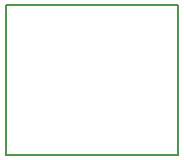
<source format=gm1>
G04 Layer_Color=16711935*
%FSAX25Y25*%
%MOIN*%
G70*
G01*
G75*
%ADD20C,0.00819*%
D20*
X0402500Y0175000D02*
Y0225000D01*
Y0175000D02*
X0460000D01*
Y0225000D01*
X0402500D02*
X0460000D01*
M02*

</source>
